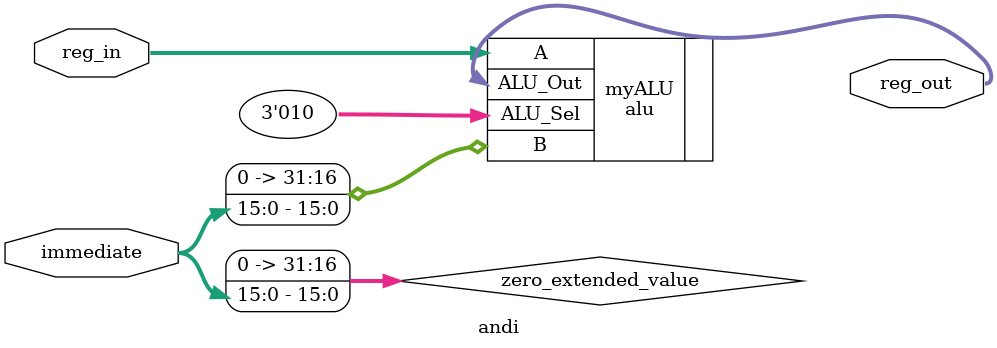
<source format=v>
module andi ( input [31:0] reg_in, output [31:0] reg_out, input [15:0] immediate);
    // AND immediate value to register
    // zero extend value
    wire [31:0] zero_extended_value;
    assign zero_extended_value = {{16'b0000000000000000}, immediate[15:0]};
    alu myALU (.A(reg_in), .B(zero_extended_value), .ALU_Sel(3'b010), .ALU_Out(reg_out));
endmodule
</source>
